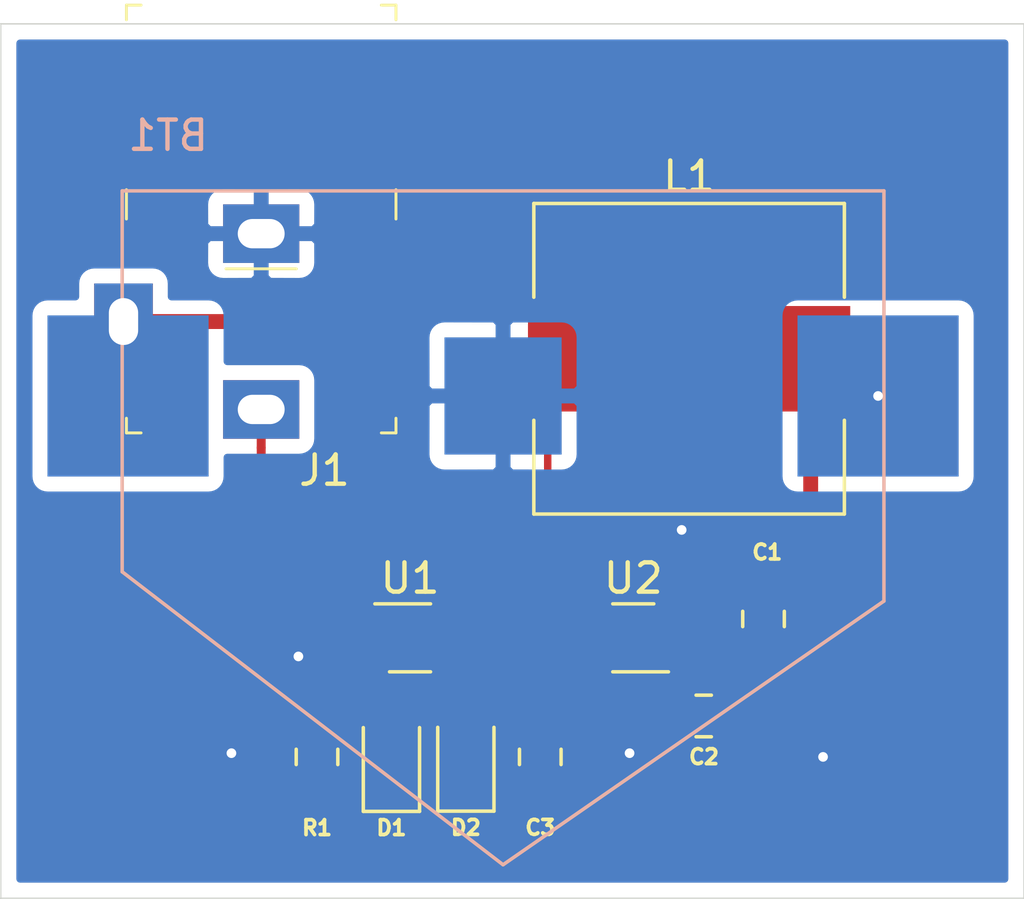
<source format=kicad_pcb>
(kicad_pcb (version 20171130) (host pcbnew "(5.1.2)-2")

  (general
    (thickness 1.6)
    (drawings 4)
    (tracks 64)
    (zones 0)
    (modules 11)
    (nets 8)
  )

  (page A4)
  (layers
    (0 F.Cu signal)
    (31 B.Cu signal)
    (32 B.Adhes user)
    (33 F.Adhes user)
    (34 B.Paste user)
    (35 F.Paste user)
    (36 B.SilkS user)
    (37 F.SilkS user)
    (38 B.Mask user)
    (39 F.Mask user)
    (40 Dwgs.User user)
    (41 Cmts.User user)
    (42 Eco1.User user)
    (43 Eco2.User user)
    (44 Edge.Cuts user)
    (45 Margin user)
    (46 B.CrtYd user)
    (47 F.CrtYd user)
    (48 B.Fab user)
    (49 F.Fab user)
  )

  (setup
    (last_trace_width 0.508)
    (trace_clearance 0.1524)
    (zone_clearance 0.508)
    (zone_45_only no)
    (trace_min 0.1524)
    (via_size 0.6858)
    (via_drill 0.3302)
    (via_min_size 0.508)
    (via_min_drill 0.254)
    (uvia_size 0.3)
    (uvia_drill 0.1)
    (uvias_allowed no)
    (uvia_min_size 0.2)
    (uvia_min_drill 0.1)
    (edge_width 0.05)
    (segment_width 0.2)
    (pcb_text_width 0.3)
    (pcb_text_size 1.5 1.5)
    (mod_edge_width 0.12)
    (mod_text_size 1 1)
    (mod_text_width 0.15)
    (pad_size 1.524 1.524)
    (pad_drill 0.762)
    (pad_to_mask_clearance 0.00129)
    (solder_mask_min_width 0.002565)
    (aux_axis_origin 0 0)
    (visible_elements 7FFFFFFF)
    (pcbplotparams
      (layerselection 0x010fc_ffffffff)
      (usegerberextensions false)
      (usegerberattributes false)
      (usegerberadvancedattributes false)
      (creategerberjobfile false)
      (excludeedgelayer true)
      (linewidth 0.100000)
      (plotframeref false)
      (viasonmask false)
      (mode 1)
      (useauxorigin false)
      (hpglpennumber 1)
      (hpglpenspeed 20)
      (hpglpendiameter 15.000000)
      (psnegative false)
      (psa4output false)
      (plotreference true)
      (plotvalue true)
      (plotinvisibletext false)
      (padsonsilk false)
      (subtractmaskfromsilk false)
      (outputformat 1)
      (mirror false)
      (drillshape 1)
      (scaleselection 1)
      (outputdirectory ""))
  )

  (net 0 "")
  (net 1 V_BATT)
  (net 2 GND)
  (net 3 "Net-(C2-Pad1)")
  (net 4 5V_SHARED)
  (net 5 5V_WALL)
  (net 6 "Net-(L1-Pad1)")
  (net 7 EN)

  (net_class Default "This is the default net class."
    (clearance 0.1524)
    (trace_width 0.508)
    (via_dia 0.6858)
    (via_drill 0.3302)
    (uvia_dia 0.3)
    (uvia_drill 0.1)
    (add_net 5V_SHARED)
    (add_net 5V_WALL)
    (add_net EN)
    (add_net GND)
    (add_net "Net-(C2-Pad1)")
    (add_net "Net-(L1-Pad1)")
    (add_net V_BATT)
  )

  (module coin_cell:S8211R (layer B.Cu) (tedit 5D6AB9E8) (tstamp 5D79B32B)
    (at 31.75 26.67 180)
    (path /5EE9240B)
    (fp_text reference BT1 (at 11.43 8.89) (layer B.SilkS)
      (effects (font (size 1 1) (thickness 0.15)) (justify mirror))
    )
    (fp_text value CR2032 (at -10.16 8.89) (layer B.Fab)
      (effects (font (size 1 1) (thickness 0.15)) (justify mirror))
    )
    (fp_line (start -13 -7) (end 0 -16) (layer B.SilkS) (width 0.12))
    (fp_line (start 13 7) (end 13 -6) (layer B.SilkS) (width 0.12))
    (fp_line (start -13 7) (end 13 7) (layer B.SilkS) (width 0.12))
    (fp_line (start -13 -7) (end -13 7) (layer B.SilkS) (width 0.12))
    (fp_line (start 13 -6) (end 0 -16) (layer B.SilkS) (width 0.12))
    (pad 1 smd rect (at 12.8 0 180) (size 5.5 5.5) (layers B.Cu B.Paste B.Mask)
      (net 1 V_BATT))
    (pad 1 smd rect (at -12.8 0 180) (size 5.5 5.5) (layers B.Cu B.Paste B.Mask)
      (net 1 V_BATT))
    (pad 2 smd rect (at 0 0 180) (size 4 4) (layers B.Cu B.Paste B.Mask)
      (net 2 GND))
  )

  (module coin_cell:Diode_0805_2012Metric_Pad1.15x1.40mm_HandSolder (layer F.Cu) (tedit 5B4B45C8) (tstamp 5D79B6FF)
    (at 27.94 38.989 90)
    (descr "Diode SMD 0805 (2012 Metric), square (rectangular) end terminal, IPC_7351 nominal, (Body size source: https://docs.google.com/spreadsheets/d/1BsfQQcO9C6DZCsRaXUlFlo91Tg2WpOkGARC1WS5S8t0/edit?usp=sharing), generated with kicad-footprint-generator")
    (tags "diode handsolder")
    (path /5EE8980E)
    (attr smd)
    (fp_text reference D1 (at -2.422 0 180) (layer F.SilkS)
      (effects (font (size 0.508 0.508) (thickness 0.127)))
    )
    (fp_text value D_Schottky (at 0 1.65 90) (layer F.Fab)
      (effects (font (size 1 1) (thickness 0.15)))
    )
    (fp_line (start 1 -0.6) (end -0.7 -0.6) (layer F.Fab) (width 0.1))
    (fp_line (start -0.7 -0.6) (end -1 -0.3) (layer F.Fab) (width 0.1))
    (fp_line (start -1 -0.3) (end -1 0.6) (layer F.Fab) (width 0.1))
    (fp_line (start -1 0.6) (end 1 0.6) (layer F.Fab) (width 0.1))
    (fp_line (start 1 0.6) (end 1 -0.6) (layer F.Fab) (width 0.1))
    (fp_line (start 1 -0.96) (end -1.86 -0.96) (layer F.SilkS) (width 0.12))
    (fp_line (start -1.86 -0.96) (end -1.86 0.96) (layer F.SilkS) (width 0.12))
    (fp_line (start -1.86 0.96) (end 1 0.96) (layer F.SilkS) (width 0.12))
    (fp_line (start -1.85 0.95) (end -1.85 -0.95) (layer F.CrtYd) (width 0.05))
    (fp_line (start -1.85 -0.95) (end 1.85 -0.95) (layer F.CrtYd) (width 0.05))
    (fp_line (start 1.85 -0.95) (end 1.85 0.95) (layer F.CrtYd) (width 0.05))
    (fp_line (start 1.85 0.95) (end -1.85 0.95) (layer F.CrtYd) (width 0.05))
    (fp_text user %R (at 0 0 90) (layer F.Fab)
      (effects (font (size 0.5 0.5) (thickness 0.08)))
    )
    (pad 1 smd roundrect (at -1.025 0 90) (size 1.15 1.4) (layers F.Cu F.Paste F.Mask) (roundrect_rratio 0.217391)
      (net 4 5V_SHARED))
    (pad 2 smd roundrect (at 1.025 0 90) (size 1.15 1.4) (layers F.Cu F.Paste F.Mask) (roundrect_rratio 0.217391)
      (net 5 5V_WALL))
    (model ${KISYS3DMOD}/Diode_SMD.3dshapes/D_0805_2012Metric.wrl
      (at (xyz 0 0 0))
      (scale (xyz 1 1 1))
      (rotate (xyz 0 0 0))
    )
  )

  (module coin_cell:Capacitor_0805_2012Metric_Pad1.15x1.40mm_HandSolder (layer F.Cu) (tedit 5B36C52B) (tstamp 5D799EE9)
    (at 38.599 37.592)
    (descr "Capacitor SMD 0805 (2012 Metric), square (rectangular) end terminal, IPC_7351 nominal with elongated pad for handsoldering. (Body size source: https://docs.google.com/spreadsheets/d/1BsfQQcO9C6DZCsRaXUlFlo91Tg2WpOkGARC1WS5S8t0/edit?usp=sharing), generated with kicad-footprint-generator")
    (tags "capacitor handsolder")
    (path /5EE8C8A0)
    (attr smd)
    (fp_text reference C2 (at 0.009 1.397 180) (layer F.SilkS)
      (effects (font (size 0.508 0.508) (thickness 0.127)))
    )
    (fp_text value 10uF (at 0 1.65) (layer F.Fab)
      (effects (font (size 1 1) (thickness 0.15)))
    )
    (fp_line (start -1 0.6) (end -1 -0.6) (layer F.Fab) (width 0.1))
    (fp_line (start -1 -0.6) (end 1 -0.6) (layer F.Fab) (width 0.1))
    (fp_line (start 1 -0.6) (end 1 0.6) (layer F.Fab) (width 0.1))
    (fp_line (start 1 0.6) (end -1 0.6) (layer F.Fab) (width 0.1))
    (fp_line (start -0.261252 -0.71) (end 0.261252 -0.71) (layer F.SilkS) (width 0.12))
    (fp_line (start -0.261252 0.71) (end 0.261252 0.71) (layer F.SilkS) (width 0.12))
    (fp_line (start -1.85 0.95) (end -1.85 -0.95) (layer F.CrtYd) (width 0.05))
    (fp_line (start -1.85 -0.95) (end 1.85 -0.95) (layer F.CrtYd) (width 0.05))
    (fp_line (start 1.85 -0.95) (end 1.85 0.95) (layer F.CrtYd) (width 0.05))
    (fp_line (start 1.85 0.95) (end -1.85 0.95) (layer F.CrtYd) (width 0.05))
    (fp_text user %R (at 0 0) (layer F.Fab)
      (effects (font (size 0.5 0.5) (thickness 0.08)))
    )
    (pad 1 smd roundrect (at -1.025 0) (size 1.15 1.4) (layers F.Cu F.Paste F.Mask) (roundrect_rratio 0.217391)
      (net 3 "Net-(C2-Pad1)"))
    (pad 2 smd roundrect (at 1.025 0) (size 1.15 1.4) (layers F.Cu F.Paste F.Mask) (roundrect_rratio 0.217391)
      (net 2 GND))
    (model ${KISYS3DMOD}/Capacitor_SMD.3dshapes/C_0805_2012Metric.wrl
      (at (xyz 0 0 0))
      (scale (xyz 1 1 1))
      (rotate (xyz 0 0 0))
    )
  )

  (module coin_cell:Capacitor_0805_2012Metric_Pad1.15x1.40mm_HandSolder (layer F.Cu) (tedit 5B36C52B) (tstamp 5D79B90F)
    (at 40.64 34.281 90)
    (descr "Capacitor SMD 0805 (2012 Metric), square (rectangular) end terminal, IPC_7351 nominal with elongated pad for handsoldering. (Body size source: https://docs.google.com/spreadsheets/d/1BsfQQcO9C6DZCsRaXUlFlo91Tg2WpOkGARC1WS5S8t0/edit?usp=sharing), generated with kicad-footprint-generator")
    (tags "capacitor handsolder")
    (path /5EE8F25F)
    (attr smd)
    (fp_text reference C1 (at 2.277 0.127 180) (layer F.SilkS)
      (effects (font (size 0.508 0.508) (thickness 0.127)))
    )
    (fp_text value 10uF (at 0 1.65 90) (layer F.Fab)
      (effects (font (size 1 1) (thickness 0.15)))
    )
    (fp_text user %R (at 0 0 90) (layer F.Fab)
      (effects (font (size 0.5 0.5) (thickness 0.08)))
    )
    (fp_line (start 1.85 0.95) (end -1.85 0.95) (layer F.CrtYd) (width 0.05))
    (fp_line (start 1.85 -0.95) (end 1.85 0.95) (layer F.CrtYd) (width 0.05))
    (fp_line (start -1.85 -0.95) (end 1.85 -0.95) (layer F.CrtYd) (width 0.05))
    (fp_line (start -1.85 0.95) (end -1.85 -0.95) (layer F.CrtYd) (width 0.05))
    (fp_line (start -0.261252 0.71) (end 0.261252 0.71) (layer F.SilkS) (width 0.12))
    (fp_line (start -0.261252 -0.71) (end 0.261252 -0.71) (layer F.SilkS) (width 0.12))
    (fp_line (start 1 0.6) (end -1 0.6) (layer F.Fab) (width 0.1))
    (fp_line (start 1 -0.6) (end 1 0.6) (layer F.Fab) (width 0.1))
    (fp_line (start -1 -0.6) (end 1 -0.6) (layer F.Fab) (width 0.1))
    (fp_line (start -1 0.6) (end -1 -0.6) (layer F.Fab) (width 0.1))
    (pad 2 smd roundrect (at 1.025 0 90) (size 1.15 1.4) (layers F.Cu F.Paste F.Mask) (roundrect_rratio 0.217391)
      (net 2 GND))
    (pad 1 smd roundrect (at -1.025 0 90) (size 1.15 1.4) (layers F.Cu F.Paste F.Mask) (roundrect_rratio 0.217391)
      (net 1 V_BATT))
    (model ${KISYS3DMOD}/Capacitor_SMD.3dshapes/C_0805_2012Metric.wrl
      (at (xyz 0 0 0))
      (scale (xyz 1 1 1))
      (rotate (xyz 0 0 0))
    )
  )

  (module coin_cell:Capacitor_0805_2012Metric_Pad1.15x1.40mm_HandSolder (layer F.Cu) (tedit 5B36C52B) (tstamp 5D79BBA6)
    (at 33.02 38.989 90)
    (descr "Capacitor SMD 0805 (2012 Metric), square (rectangular) end terminal, IPC_7351 nominal with elongated pad for handsoldering. (Body size source: https://docs.google.com/spreadsheets/d/1BsfQQcO9C6DZCsRaXUlFlo91Tg2WpOkGARC1WS5S8t0/edit?usp=sharing), generated with kicad-footprint-generator")
    (tags "capacitor handsolder")
    (path /5EEC145B)
    (attr smd)
    (fp_text reference C3 (at -2.413 0 180) (layer F.SilkS)
      (effects (font (size 0.508 0.508) (thickness 0.127)))
    )
    (fp_text value 100uF (at 0 1.65 90) (layer F.Fab)
      (effects (font (size 1 1) (thickness 0.15)))
    )
    (fp_line (start -1 0.6) (end -1 -0.6) (layer F.Fab) (width 0.1))
    (fp_line (start -1 -0.6) (end 1 -0.6) (layer F.Fab) (width 0.1))
    (fp_line (start 1 -0.6) (end 1 0.6) (layer F.Fab) (width 0.1))
    (fp_line (start 1 0.6) (end -1 0.6) (layer F.Fab) (width 0.1))
    (fp_line (start -0.261252 -0.71) (end 0.261252 -0.71) (layer F.SilkS) (width 0.12))
    (fp_line (start -0.261252 0.71) (end 0.261252 0.71) (layer F.SilkS) (width 0.12))
    (fp_line (start -1.85 0.95) (end -1.85 -0.95) (layer F.CrtYd) (width 0.05))
    (fp_line (start -1.85 -0.95) (end 1.85 -0.95) (layer F.CrtYd) (width 0.05))
    (fp_line (start 1.85 -0.95) (end 1.85 0.95) (layer F.CrtYd) (width 0.05))
    (fp_line (start 1.85 0.95) (end -1.85 0.95) (layer F.CrtYd) (width 0.05))
    (fp_text user %R (at 0 0 90) (layer F.Fab)
      (effects (font (size 0.5 0.5) (thickness 0.08)))
    )
    (pad 1 smd roundrect (at -1.025 0 90) (size 1.15 1.4) (layers F.Cu F.Paste F.Mask) (roundrect_rratio 0.217391)
      (net 4 5V_SHARED))
    (pad 2 smd roundrect (at 1.025 0 90) (size 1.15 1.4) (layers F.Cu F.Paste F.Mask) (roundrect_rratio 0.217391)
      (net 2 GND))
    (model ${KISYS3DMOD}/Capacitor_SMD.3dshapes/C_0805_2012Metric.wrl
      (at (xyz 0 0 0))
      (scale (xyz 1 1 1))
      (rotate (xyz 0 0 0))
    )
  )

  (module coin_cell:Diode_0805_2012Metric_Pad1.15x1.40mm_HandSolder (layer F.Cu) (tedit 5B4B45C8) (tstamp 5D7993D6)
    (at 30.48 38.98 90)
    (descr "Diode SMD 0805 (2012 Metric), square (rectangular) end terminal, IPC_7351 nominal, (Body size source: https://docs.google.com/spreadsheets/d/1BsfQQcO9C6DZCsRaXUlFlo91Tg2WpOkGARC1WS5S8t0/edit?usp=sharing), generated with kicad-footprint-generator")
    (tags "diode handsolder")
    (path /5EE98A96)
    (attr smd)
    (fp_text reference D2 (at -2.422 0 180) (layer F.SilkS)
      (effects (font (size 0.508 0.508) (thickness 0.127)))
    )
    (fp_text value D_Schottky (at 0 1.65 90) (layer F.Fab)
      (effects (font (size 1 1) (thickness 0.15)))
    )
    (fp_text user %R (at 0 0 90) (layer F.Fab)
      (effects (font (size 0.5 0.5) (thickness 0.08)))
    )
    (fp_line (start 1.85 0.95) (end -1.85 0.95) (layer F.CrtYd) (width 0.05))
    (fp_line (start 1.85 -0.95) (end 1.85 0.95) (layer F.CrtYd) (width 0.05))
    (fp_line (start -1.85 -0.95) (end 1.85 -0.95) (layer F.CrtYd) (width 0.05))
    (fp_line (start -1.85 0.95) (end -1.85 -0.95) (layer F.CrtYd) (width 0.05))
    (fp_line (start -1.86 0.96) (end 1 0.96) (layer F.SilkS) (width 0.12))
    (fp_line (start -1.86 -0.96) (end -1.86 0.96) (layer F.SilkS) (width 0.12))
    (fp_line (start 1 -0.96) (end -1.86 -0.96) (layer F.SilkS) (width 0.12))
    (fp_line (start 1 0.6) (end 1 -0.6) (layer F.Fab) (width 0.1))
    (fp_line (start -1 0.6) (end 1 0.6) (layer F.Fab) (width 0.1))
    (fp_line (start -1 -0.3) (end -1 0.6) (layer F.Fab) (width 0.1))
    (fp_line (start -0.7 -0.6) (end -1 -0.3) (layer F.Fab) (width 0.1))
    (fp_line (start 1 -0.6) (end -0.7 -0.6) (layer F.Fab) (width 0.1))
    (pad 2 smd roundrect (at 1.025 0 90) (size 1.15 1.4) (layers F.Cu F.Paste F.Mask) (roundrect_rratio 0.217391)
      (net 3 "Net-(C2-Pad1)"))
    (pad 1 smd roundrect (at -1.025 0 90) (size 1.15 1.4) (layers F.Cu F.Paste F.Mask) (roundrect_rratio 0.217391)
      (net 4 5V_SHARED))
    (model ${KISYS3DMOD}/Diode_SMD.3dshapes/D_0805_2012Metric.wrl
      (at (xyz 0 0 0))
      (scale (xyz 1 1 1))
      (rotate (xyz 0 0 0))
    )
  )

  (module coin_cell:Barrel_Jack_Small_Hole_Type_5.5mmODx2.1mmID_PJ-102A (layer F.Cu) (tedit 5CAD146F) (tstamp 5D7993F0)
    (at 23.495 24.13)
    (path /5EE833DB)
    (fp_text reference J1 (at 2.159 5.08) (layer F.SilkS)
      (effects (font (size 1 1) (thickness 0.15)))
    )
    (fp_text value Barrel_Jack (at 0 5.8) (layer F.Fab)
      (effects (font (size 1 1) (thickness 0.15)))
    )
    (fp_line (start -5.9 4.25) (end 4.8 4.25) (layer F.CrtYd) (width 0.05))
    (fp_line (start 4.8 -10.95) (end 4.8 4.25) (layer F.CrtYd) (width 0.05))
    (fp_line (start -5.9 -10.95) (end -5.9 4.25) (layer F.CrtYd) (width 0.05))
    (fp_line (start -5.9 -10.95) (end 4.8 -10.95) (layer F.CrtYd) (width 0.05))
    (fp_line (start 4.6 -3.5) (end 4.6 -4.5) (layer F.SilkS) (width 0.1))
    (fp_line (start -4.6 -3.5) (end -4.6 -4.5) (layer F.SilkS) (width 0.1))
    (fp_line (start 4.6 -10.8) (end 4.6 -10.3) (layer F.SilkS) (width 0.1))
    (fp_line (start 4.6 -10.8) (end 4.1 -10.8) (layer F.SilkS) (width 0.1))
    (fp_line (start -4.6 -10.8) (end -4.1 -10.8) (layer F.SilkS) (width 0.1))
    (fp_line (start -4.6 -10.8) (end -4.6 -10.3) (layer F.SilkS) (width 0.1))
    (fp_line (start -1.2 -1.8) (end 1.2 -1.8) (layer F.SilkS) (width 0.1))
    (fp_line (start -4.6 3.8) (end -4.6 3.3) (layer F.SilkS) (width 0.1))
    (fp_line (start -4.6 3.8) (end -4.1 3.8) (layer F.SilkS) (width 0.1))
    (fp_line (start 4.6 3.8) (end 4.6 3.3) (layer F.SilkS) (width 0.1))
    (fp_line (start 4.6 3.8) (end 4.1 3.8) (layer F.SilkS) (width 0.1))
    (fp_line (start -4.5 -10.7) (end 4.5 -10.7) (layer F.Fab) (width 0.1))
    (fp_line (start 4.5 3.7) (end 4.5 -10.7) (layer F.Fab) (width 0.1))
    (fp_line (start -4.5 3.7) (end -4.5 -10.7) (layer F.Fab) (width 0.1))
    (fp_line (start -4.5 3.7) (end 4.5 3.7) (layer F.Fab) (width 0.1))
    (pad 3 thru_hole rect (at -4.7 0) (size 2 2.6) (drill oval 1 1.6) (layers *.Cu *.Mask)
      (net 1 V_BATT))
    (pad 1 thru_hole rect (at 0 3) (size 2.6 2) (drill oval 1.6 1) (layers *.Cu *.Mask)
      (net 5 5V_WALL))
    (pad 2 thru_hole rect (at 0 -3) (size 2.6 2) (drill oval 1.6 1) (layers *.Cu *.Mask)
      (net 2 GND))
  )

  (module Inductor_SMD:L_10.4x10.4_H4.8 (layer F.Cu) (tedit 5990349B) (tstamp 5D799409)
    (at 38.1 25.4)
    (descr "Choke, SMD, 10.4x10.4mm 4.8mm height")
    (tags "Choke SMD")
    (path /5EE8D2FF)
    (attr smd)
    (fp_text reference L1 (at 0 -6.223) (layer F.SilkS)
      (effects (font (size 1 1) (thickness 0.15)))
    )
    (fp_text value 4.7uH (at 0 6.35) (layer F.Fab)
      (effects (font (size 1 1) (thickness 0.15)))
    )
    (fp_text user %R (at 0 0) (layer F.Fab)
      (effects (font (size 1 1) (thickness 0.15)))
    )
    (fp_line (start 5.3 2.1) (end 5.3 5.3) (layer F.SilkS) (width 0.12))
    (fp_line (start 5.3 5.3) (end -5.3 5.3) (layer F.SilkS) (width 0.12))
    (fp_line (start -5.3 5.3) (end -5.3 2.1) (layer F.SilkS) (width 0.12))
    (fp_line (start -5.3 -2.1) (end -5.3 -5.3) (layer F.SilkS) (width 0.12))
    (fp_line (start -5.3 -5.3) (end 5.3 -5.3) (layer F.SilkS) (width 0.12))
    (fp_line (start 5.3 -5.3) (end 5.3 -2.1) (layer F.SilkS) (width 0.12))
    (fp_line (start -5.75 -5.45) (end -5.75 5.45) (layer F.CrtYd) (width 0.05))
    (fp_line (start -5.75 5.45) (end 5.75 5.45) (layer F.CrtYd) (width 0.05))
    (fp_line (start 5.75 5.45) (end 5.75 -5.45) (layer F.CrtYd) (width 0.05))
    (fp_line (start 5.75 -5.45) (end -5.75 -5.45) (layer F.CrtYd) (width 0.05))
    (fp_line (start 5.2 -5.2) (end 5.2 -2.1) (layer F.Fab) (width 0.1))
    (fp_line (start -5.2 -5.2) (end -5.2 -2.1) (layer F.Fab) (width 0.1))
    (fp_line (start 5.2 5.2) (end 5.2 2.1) (layer F.Fab) (width 0.1))
    (fp_line (start -5.2 5.2) (end -5.2 2.1) (layer F.Fab) (width 0.1))
    (fp_line (start -5.2 -5.2) (end 5.2 -5.2) (layer F.Fab) (width 0.1))
    (fp_line (start -5.2 5.2) (end 5.2 5.2) (layer F.Fab) (width 0.1))
    (fp_arc (start 0 0) (end 3.17 3.17) (angle 90) (layer F.Fab) (width 0.1))
    (fp_arc (start 0 0) (end -3.17 -3.17) (angle 90) (layer F.Fab) (width 0.1))
    (pad 1 smd rect (at -4.15 0) (size 2.7 3.6) (layers F.Cu F.Paste F.Mask)
      (net 6 "Net-(L1-Pad1)"))
    (pad 2 smd rect (at 4.15 0) (size 2.7 3.6) (layers F.Cu F.Paste F.Mask)
      (net 1 V_BATT))
    (model ${KISYS3DMOD}/Inductor_SMD.3dshapes/L_10.4x10.4_H4.8.wrl
      (at (xyz 0 0 0))
      (scale (xyz 1 1 1))
      (rotate (xyz 0 0 0))
    )
  )

  (module coin_cell:Resistor_0805_2012Metric_Pad1.15x1.40mm_HandSolder (layer F.Cu) (tedit 5B36C52B) (tstamp 5D79B63F)
    (at 25.4 38.989 90)
    (descr "Resistor SMD 0805 (2012 Metric), square (rectangular) end terminal, IPC_7351 nominal with elongated pad for handsoldering. (Body size source: https://docs.google.com/spreadsheets/d/1BsfQQcO9C6DZCsRaXUlFlo91Tg2WpOkGARC1WS5S8t0/edit?usp=sharing), generated with kicad-footprint-generator")
    (tags "resistor handsolder")
    (path /5EEA29F6)
    (attr smd)
    (fp_text reference R1 (at -2.422 0 180) (layer F.SilkS)
      (effects (font (size 0.508 0.508) (thickness 0.127)))
    )
    (fp_text value 10K (at 0 1.65 90) (layer F.Fab)
      (effects (font (size 1 1) (thickness 0.15)))
    )
    (fp_line (start -1 0.6) (end -1 -0.6) (layer F.Fab) (width 0.1))
    (fp_line (start -1 -0.6) (end 1 -0.6) (layer F.Fab) (width 0.1))
    (fp_line (start 1 -0.6) (end 1 0.6) (layer F.Fab) (width 0.1))
    (fp_line (start 1 0.6) (end -1 0.6) (layer F.Fab) (width 0.1))
    (fp_line (start -0.261252 -0.71) (end 0.261252 -0.71) (layer F.SilkS) (width 0.12))
    (fp_line (start -0.261252 0.71) (end 0.261252 0.71) (layer F.SilkS) (width 0.12))
    (fp_line (start -1.85 0.95) (end -1.85 -0.95) (layer F.CrtYd) (width 0.05))
    (fp_line (start -1.85 -0.95) (end 1.85 -0.95) (layer F.CrtYd) (width 0.05))
    (fp_line (start 1.85 -0.95) (end 1.85 0.95) (layer F.CrtYd) (width 0.05))
    (fp_line (start 1.85 0.95) (end -1.85 0.95) (layer F.CrtYd) (width 0.05))
    (fp_text user %R (at 0 0 90) (layer F.Fab)
      (effects (font (size 0.5 0.5) (thickness 0.08)))
    )
    (pad 1 smd roundrect (at -1.025 0 90) (size 1.15 1.4) (layers F.Cu F.Paste F.Mask) (roundrect_rratio 0.217391)
      (net 2 GND))
    (pad 2 smd roundrect (at 1.025 0 90) (size 1.15 1.4) (layers F.Cu F.Paste F.Mask) (roundrect_rratio 0.217391)
      (net 5 5V_WALL))
    (model ${KISYS3DMOD}/Resistor_SMD.3dshapes/R_0805_2012Metric.wrl
      (at (xyz 0 0 0))
      (scale (xyz 1 1 1))
      (rotate (xyz 0 0 0))
    )
  )

  (module coin_cell:SOT-353_SC-70-5_Handsoldering (layer F.Cu) (tedit 5C9ED275) (tstamp 5D79942F)
    (at 28.575 34.925)
    (descr "SOT-353, SC-70-5, Handsoldering")
    (tags "SOT-353 SC-70-5 Handsoldering")
    (path /5EE9F349)
    (attr smd)
    (fp_text reference U1 (at 0 -2.032) (layer F.SilkS)
      (effects (font (size 1 1) (thickness 0.15)))
    )
    (fp_text value NC7SZ14-D (at 0 2 180) (layer F.Fab)
      (effects (font (size 1 1) (thickness 0.15)))
    )
    (fp_text user %R (at 0 0 90) (layer F.Fab)
      (effects (font (size 0.5 0.5) (thickness 0.075)))
    )
    (fp_line (start 0.7 -1.16) (end -1.2 -1.16) (layer F.SilkS) (width 0.12))
    (fp_line (start -0.7 1.16) (end 0.7 1.16) (layer F.SilkS) (width 0.12))
    (fp_line (start 2.4 1.4) (end 2.4 -1.4) (layer F.CrtYd) (width 0.05))
    (fp_line (start -2.4 -1.4) (end -2.4 1.4) (layer F.CrtYd) (width 0.05))
    (fp_line (start -2.4 -1.4) (end 2.4 -1.4) (layer F.CrtYd) (width 0.05))
    (fp_line (start 0.675 -1.1) (end -0.175 -1.1) (layer F.Fab) (width 0.1))
    (fp_line (start -0.675 -0.6) (end -0.675 1.1) (layer F.Fab) (width 0.1))
    (fp_line (start -2.4 1.4) (end 2.4 1.4) (layer F.CrtYd) (width 0.05))
    (fp_line (start 0.675 -1.1) (end 0.675 1.1) (layer F.Fab) (width 0.1))
    (fp_line (start 0.675 1.1) (end -0.675 1.1) (layer F.Fab) (width 0.1))
    (fp_line (start -0.175 -1.1) (end -0.675 -0.6) (layer F.Fab) (width 0.1))
    (pad 1 smd rect (at -1.33 -0.65) (size 1.5 0.4) (layers F.Cu F.Paste F.Mask))
    (pad 2 smd rect (at -1.33 0) (size 1.5 0.4) (layers F.Cu F.Paste F.Mask)
      (net 5 5V_WALL))
    (pad 3 smd rect (at -1.33 0.65) (size 1.5 0.4) (layers F.Cu F.Paste F.Mask)
      (net 2 GND))
    (pad 4 smd rect (at 1.33 0.65) (size 1.5 0.4) (layers F.Cu F.Paste F.Mask)
      (net 7 EN))
    (pad 5 smd rect (at 1.33 -0.65) (size 1.5 0.4) (layers F.Cu F.Paste F.Mask)
      (net 1 V_BATT))
    (model ${KISYS3DMOD}/Package_TO_SOT_SMD.3dshapes/SOT-353_SC-70-5.wrl
      (at (xyz 0 0 0))
      (scale (xyz 1 1 1))
      (rotate (xyz 0 0 0))
    )
  )

  (module coin_cell:SOT-363_SC-70-6_Handsoldering (layer F.Cu) (tedit 5A02FF57) (tstamp 5D79B83F)
    (at 36.195 34.925 180)
    (descr "SOT-363, SC-70-6, Handsoldering")
    (tags "SOT-363 SC-70-6 Handsoldering")
    (path /5EE82C38)
    (attr smd)
    (fp_text reference U2 (at 0 2.032) (layer F.SilkS)
      (effects (font (size 1 1) (thickness 0.15)))
    )
    (fp_text value TPS61222 (at 0 2 180) (layer F.Fab)
      (effects (font (size 1 1) (thickness 0.15)))
    )
    (fp_text user %R (at 0 0 90) (layer F.Fab)
      (effects (font (size 0.5 0.5) (thickness 0.075)))
    )
    (fp_line (start -2.4 1.4) (end 2.4 1.4) (layer F.CrtYd) (width 0.05))
    (fp_line (start 0.7 -1.16) (end -1.2 -1.16) (layer F.SilkS) (width 0.12))
    (fp_line (start -0.7 1.16) (end 0.7 1.16) (layer F.SilkS) (width 0.12))
    (fp_line (start 2.4 1.4) (end 2.4 -1.4) (layer F.CrtYd) (width 0.05))
    (fp_line (start -2.4 -1.4) (end -2.4 1.4) (layer F.CrtYd) (width 0.05))
    (fp_line (start -2.4 -1.4) (end 2.4 -1.4) (layer F.CrtYd) (width 0.05))
    (fp_line (start 0.675 -1.1) (end -0.175 -1.1) (layer F.Fab) (width 0.1))
    (fp_line (start -0.675 -0.6) (end -0.675 1.1) (layer F.Fab) (width 0.1))
    (fp_line (start 0.675 -1.1) (end 0.675 1.1) (layer F.Fab) (width 0.1))
    (fp_line (start 0.675 1.1) (end -0.675 1.1) (layer F.Fab) (width 0.1))
    (fp_line (start -0.175 -1.1) (end -0.675 -0.6) (layer F.Fab) (width 0.1))
    (pad 1 smd rect (at -1.33 -0.65 180) (size 1.5 0.4) (layers F.Cu F.Paste F.Mask)
      (net 1 V_BATT))
    (pad 2 smd rect (at -1.33 0 180) (size 1.5 0.4) (layers F.Cu F.Paste F.Mask)
      (net 3 "Net-(C2-Pad1)"))
    (pad 3 smd rect (at -1.33 0.65 180) (size 1.5 0.4) (layers F.Cu F.Paste F.Mask)
      (net 2 GND))
    (pad 4 smd rect (at 1.33 0.65 180) (size 1.5 0.4) (layers F.Cu F.Paste F.Mask)
      (net 3 "Net-(C2-Pad1)"))
    (pad 5 smd rect (at 1.33 0 180) (size 1.5 0.4) (layers F.Cu F.Paste F.Mask)
      (net 6 "Net-(L1-Pad1)"))
    (pad 6 smd rect (at 1.33 -0.65 180) (size 1.5 0.4) (layers F.Cu F.Paste F.Mask)
      (net 7 EN))
    (model ${KISYS3DMOD}/Package_TO_SOT_SMD.3dshapes/SOT-363_SC-70-6.wrl
      (at (xyz 0 0 0))
      (scale (xyz 1 1 1))
      (rotate (xyz 0 0 0))
    )
  )

  (gr_line (start 49.53 13.97) (end 14.605 13.97) (layer Edge.Cuts) (width 0.05) (tstamp 5D79A2C5))
  (gr_line (start 49.53 43.815) (end 49.53 13.97) (layer Edge.Cuts) (width 0.05))
  (gr_line (start 14.605 43.815) (end 49.53 43.815) (layer Edge.Cuts) (width 0.05))
  (gr_line (start 14.605 13.97) (end 14.605 43.815) (layer Edge.Cuts) (width 0.05))

  (via (at 44.55 26.67) (size 0.6858) (drill 0.3302) (layers F.Cu B.Cu) (net 1))
  (segment (start 42.25 25.4) (end 43.28 25.4) (width 0.508) (layer F.Cu) (net 1))
  (segment (start 43.28 25.4) (end 44.55 26.67) (width 0.508) (layer F.Cu) (net 1))
  (segment (start 39.075 22.225) (end 42.25 25.4) (width 0.508) (layer F.Cu) (net 1))
  (segment (start 29.845 22.225) (end 39.075 22.225) (width 0.508) (layer F.Cu) (net 1))
  (segment (start 27.94 24.13) (end 29.845 22.225) (width 0.508) (layer F.Cu) (net 1))
  (segment (start 27.94 24.13) (end 18.795 24.13) (width 0.508) (layer F.Cu) (net 1))
  (segment (start 40.371 35.575) (end 40.64 35.306) (width 0.3048) (layer F.Cu) (net 1))
  (segment (start 37.525 35.575) (end 40.371 35.575) (width 0.3048) (layer F.Cu) (net 1))
  (segment (start 42.25 33.696) (end 42.25 25.4) (width 0.508) (layer F.Cu) (net 1))
  (segment (start 40.64 35.306) (end 42.25 33.696) (width 0.508) (layer F.Cu) (net 1))
  (segment (start 27.94 33.147) (end 27.94 24.13) (width 0.3048) (layer F.Cu) (net 1))
  (segment (start 29.905 34.275) (end 29.068 34.275) (width 0.3048) (layer F.Cu) (net 1))
  (segment (start 29.068 34.275) (end 27.94 33.147) (width 0.3048) (layer F.Cu) (net 1))
  (via (at 24.765 35.56) (size 0.6858) (drill 0.3302) (layers F.Cu B.Cu) (net 2))
  (segment (start 27.245 35.575) (end 24.78 35.575) (width 0.3048) (layer F.Cu) (net 2))
  (segment (start 24.78 35.575) (end 24.765 35.56) (width 0.3048) (layer F.Cu) (net 2))
  (segment (start 39.621 34.275) (end 40.64 33.256) (width 0.3048) (layer F.Cu) (net 2))
  (segment (start 37.525 34.275) (end 39.621 34.275) (width 0.3048) (layer F.Cu) (net 2))
  (via (at 37.846 31.242) (size 0.6858) (drill 0.3302) (layers F.Cu B.Cu) (net 2))
  (segment (start 40.64 33.256) (end 38.626 31.242) (width 0.508) (layer F.Cu) (net 2))
  (segment (start 38.626 31.242) (end 37.846 31.242) (width 0.508) (layer F.Cu) (net 2))
  (via (at 22.479 38.862) (size 0.6858) (drill 0.3302) (layers F.Cu B.Cu) (net 2))
  (segment (start 25.4 40.014) (end 23.631 40.014) (width 0.508) (layer F.Cu) (net 2))
  (segment (start 23.631 40.014) (end 22.479 38.862) (width 0.508) (layer F.Cu) (net 2))
  (segment (start 39.624 37.592) (end 40.299 37.592) (width 0.508) (layer F.Cu) (net 2))
  (via (at 42.672 38.989) (size 0.6858) (drill 0.3302) (layers F.Cu B.Cu) (net 2))
  (segment (start 40.299 37.592) (end 41.275 37.592) (width 0.508) (layer F.Cu) (net 2))
  (segment (start 41.275 37.592) (end 42.672 38.989) (width 0.508) (layer F.Cu) (net 2))
  (via (at 36.068 38.862) (size 0.6858) (drill 0.3302) (layers F.Cu B.Cu) (net 2))
  (segment (start 33.02 37.964) (end 35.17 37.964) (width 0.508) (layer F.Cu) (net 2))
  (segment (start 35.17 37.964) (end 36.068 38.862) (width 0.508) (layer F.Cu) (net 2))
  (segment (start 35.8182 34.275) (end 34.865 34.275) (width 0.254) (layer F.Cu) (net 3))
  (segment (start 35.9218 34.275) (end 35.8182 34.275) (width 0.254) (layer F.Cu) (net 3))
  (segment (start 37.525 34.925) (end 36.5718 34.925) (width 0.254) (layer F.Cu) (net 3))
  (segment (start 36.0659 34.4191) (end 35.9218 34.275) (width 0.254) (layer F.Cu) (net 3))
  (segment (start 31.859 36.576) (end 30.48 37.955) (width 0.254) (layer F.Cu) (net 3))
  (segment (start 36.195 36.576) (end 31.859 36.576) (width 0.254) (layer F.Cu) (net 3))
  (segment (start 37.574 37.592) (end 37.211 37.592) (width 0.254) (layer F.Cu) (net 3))
  (segment (start 37.211 37.592) (end 36.195 36.576) (width 0.254) (layer F.Cu) (net 3))
  (segment (start 36.5718 34.925) (end 36.3834 34.7366) (width 0.254) (layer F.Cu) (net 3))
  (segment (start 36.3834 34.7366) (end 36.0659 34.4191) (width 0.254) (layer F.Cu) (net 3))
  (segment (start 36.068 35.052) (end 36.3834 34.7366) (width 0.254) (layer F.Cu) (net 3))
  (segment (start 36.195 36.576) (end 36.068 36.449) (width 0.254) (layer F.Cu) (net 3))
  (segment (start 36.068 36.449) (end 36.068 35.052) (width 0.254) (layer F.Cu) (net 3))
  (segment (start 30.471 40.014) (end 30.48 40.005) (width 0.508) (layer F.Cu) (net 4))
  (segment (start 27.94 40.014) (end 30.471 40.014) (width 0.508) (layer F.Cu) (net 4))
  (segment (start 33.011 40.005) (end 33.02 40.014) (width 0.508) (layer F.Cu) (net 4))
  (segment (start 30.48 40.005) (end 33.011 40.005) (width 0.508) (layer F.Cu) (net 4))
  (segment (start 23.495 28.4348) (end 23.495 27.13) (width 0.3048) (layer F.Cu) (net 5))
  (segment (start 23.495 32.2298) (end 23.495 28.4348) (width 0.3048) (layer F.Cu) (net 5))
  (segment (start 26.1902 34.925) (end 23.495 32.2298) (width 0.3048) (layer F.Cu) (net 5))
  (segment (start 27.245 34.925) (end 26.1902 34.925) (width 0.3048) (layer F.Cu) (net 5))
  (segment (start 28.067 34.925) (end 27.245 34.925) (width 0.254) (layer F.Cu) (net 5))
  (segment (start 28.563372 35.421372) (end 28.067 34.925) (width 0.254) (layer F.Cu) (net 5))
  (segment (start 27.94 37.964) (end 28.563372 37.340628) (width 0.2032) (layer F.Cu) (net 5))
  (segment (start 28.563372 37.340628) (end 28.563372 35.421372) (width 0.254) (layer F.Cu) (net 5))
  (segment (start 25.4 37.964) (end 27.94 37.964) (width 0.508) (layer F.Cu) (net 5))
  (segment (start 33.95 25.85) (end 33.95 25.4) (width 0.2032) (layer F.Cu) (net 6))
  (segment (start 33.274 26.526) (end 33.95 25.85) (width 0.254) (layer F.Cu) (net 6))
  (segment (start 33.274 34.2872) (end 33.274 26.526) (width 0.254) (layer F.Cu) (net 6))
  (segment (start 34.865 34.925) (end 33.9118 34.925) (width 0.254) (layer F.Cu) (net 6))
  (segment (start 33.9118 34.925) (end 33.274 34.2872) (width 0.254) (layer F.Cu) (net 6))
  (segment (start 34.865 35.575) (end 29.905 35.575) (width 0.254) (layer F.Cu) (net 7))

  (zone (net 2) (net_name GND) (layer B.Cu) (tstamp 0) (hatch edge 0.508)
    (connect_pads (clearance 0.508))
    (min_thickness 0.254)
    (fill yes (arc_segments 32) (thermal_gap 0.508) (thermal_bridge_width 0.508))
    (polygon
      (pts
        (xy 14.605 13.97) (xy 14.605 43.815) (xy 49.53 43.815) (xy 49.53 13.97)
      )
    )
    (filled_polygon
      (pts
        (xy 48.87 43.155) (xy 15.265 43.155) (xy 15.265 23.92) (xy 15.561928 23.92) (xy 15.561928 29.42)
        (xy 15.574188 29.544482) (xy 15.610498 29.66418) (xy 15.669463 29.774494) (xy 15.748815 29.871185) (xy 15.845506 29.950537)
        (xy 15.95582 30.009502) (xy 16.075518 30.045812) (xy 16.2 30.058072) (xy 21.7 30.058072) (xy 21.824482 30.045812)
        (xy 21.94418 30.009502) (xy 22.054494 29.950537) (xy 22.151185 29.871185) (xy 22.230537 29.774494) (xy 22.289502 29.66418)
        (xy 22.325812 29.544482) (xy 22.338072 29.42) (xy 22.338072 28.768072) (xy 24.795 28.768072) (xy 24.919482 28.755812)
        (xy 25.03918 28.719502) (xy 25.13179 28.67) (xy 29.111928 28.67) (xy 29.124188 28.794482) (xy 29.160498 28.91418)
        (xy 29.219463 29.024494) (xy 29.298815 29.121185) (xy 29.395506 29.200537) (xy 29.50582 29.259502) (xy 29.625518 29.295812)
        (xy 29.75 29.308072) (xy 31.46425 29.305) (xy 31.623 29.14625) (xy 31.623 26.797) (xy 31.877 26.797)
        (xy 31.877 29.14625) (xy 32.03575 29.305) (xy 33.75 29.308072) (xy 33.874482 29.295812) (xy 33.99418 29.259502)
        (xy 34.104494 29.200537) (xy 34.201185 29.121185) (xy 34.280537 29.024494) (xy 34.339502 28.91418) (xy 34.375812 28.794482)
        (xy 34.388072 28.67) (xy 34.385 26.95575) (xy 34.22625 26.797) (xy 31.877 26.797) (xy 31.623 26.797)
        (xy 29.27375 26.797) (xy 29.115 26.95575) (xy 29.111928 28.67) (xy 25.13179 28.67) (xy 25.149494 28.660537)
        (xy 25.246185 28.581185) (xy 25.325537 28.484494) (xy 25.384502 28.37418) (xy 25.420812 28.254482) (xy 25.433072 28.13)
        (xy 25.433072 26.13) (xy 25.420812 26.005518) (xy 25.384502 25.88582) (xy 25.325537 25.775506) (xy 25.246185 25.678815)
        (xy 25.149494 25.599463) (xy 25.03918 25.540498) (xy 24.919482 25.504188) (xy 24.795 25.491928) (xy 22.338072 25.491928)
        (xy 22.338072 24.67) (xy 29.111928 24.67) (xy 29.115 26.38425) (xy 29.27375 26.543) (xy 31.623 26.543)
        (xy 31.623 24.19375) (xy 31.877 24.19375) (xy 31.877 26.543) (xy 34.22625 26.543) (xy 34.385 26.38425)
        (xy 34.388072 24.67) (xy 34.375812 24.545518) (xy 34.339502 24.42582) (xy 34.280537 24.315506) (xy 34.201185 24.218815)
        (xy 34.104494 24.139463) (xy 33.99418 24.080498) (xy 33.874482 24.044188) (xy 33.75 24.031928) (xy 32.03575 24.035)
        (xy 31.877 24.19375) (xy 31.623 24.19375) (xy 31.46425 24.035) (xy 29.75 24.031928) (xy 29.625518 24.044188)
        (xy 29.50582 24.080498) (xy 29.395506 24.139463) (xy 29.298815 24.218815) (xy 29.219463 24.315506) (xy 29.160498 24.42582)
        (xy 29.124188 24.545518) (xy 29.111928 24.67) (xy 22.338072 24.67) (xy 22.338072 23.92) (xy 41.161928 23.92)
        (xy 41.161928 29.42) (xy 41.174188 29.544482) (xy 41.210498 29.66418) (xy 41.269463 29.774494) (xy 41.348815 29.871185)
        (xy 41.445506 29.950537) (xy 41.55582 30.009502) (xy 41.675518 30.045812) (xy 41.8 30.058072) (xy 47.3 30.058072)
        (xy 47.424482 30.045812) (xy 47.54418 30.009502) (xy 47.654494 29.950537) (xy 47.751185 29.871185) (xy 47.830537 29.774494)
        (xy 47.889502 29.66418) (xy 47.925812 29.544482) (xy 47.938072 29.42) (xy 47.938072 23.92) (xy 47.925812 23.795518)
        (xy 47.889502 23.67582) (xy 47.830537 23.565506) (xy 47.751185 23.468815) (xy 47.654494 23.389463) (xy 47.54418 23.330498)
        (xy 47.424482 23.294188) (xy 47.3 23.281928) (xy 41.8 23.281928) (xy 41.675518 23.294188) (xy 41.55582 23.330498)
        (xy 41.445506 23.389463) (xy 41.348815 23.468815) (xy 41.269463 23.565506) (xy 41.210498 23.67582) (xy 41.174188 23.795518)
        (xy 41.161928 23.92) (xy 22.338072 23.92) (xy 22.325812 23.795518) (xy 22.289502 23.67582) (xy 22.230537 23.565506)
        (xy 22.151185 23.468815) (xy 22.054494 23.389463) (xy 21.94418 23.330498) (xy 21.824482 23.294188) (xy 21.7 23.281928)
        (xy 20.433072 23.281928) (xy 20.433072 22.83) (xy 20.420812 22.705518) (xy 20.384502 22.58582) (xy 20.325537 22.475506)
        (xy 20.246185 22.378815) (xy 20.149494 22.299463) (xy 20.03918 22.240498) (xy 19.919482 22.204188) (xy 19.795 22.191928)
        (xy 17.795 22.191928) (xy 17.670518 22.204188) (xy 17.55082 22.240498) (xy 17.440506 22.299463) (xy 17.343815 22.378815)
        (xy 17.264463 22.475506) (xy 17.205498 22.58582) (xy 17.169188 22.705518) (xy 17.156928 22.83) (xy 17.156928 23.281928)
        (xy 16.2 23.281928) (xy 16.075518 23.294188) (xy 15.95582 23.330498) (xy 15.845506 23.389463) (xy 15.748815 23.468815)
        (xy 15.669463 23.565506) (xy 15.610498 23.67582) (xy 15.574188 23.795518) (xy 15.561928 23.92) (xy 15.265 23.92)
        (xy 15.265 22.13) (xy 21.556928 22.13) (xy 21.569188 22.254482) (xy 21.605498 22.37418) (xy 21.664463 22.484494)
        (xy 21.743815 22.581185) (xy 21.840506 22.660537) (xy 21.95082 22.719502) (xy 22.070518 22.755812) (xy 22.195 22.768072)
        (xy 23.20925 22.765) (xy 23.368 22.60625) (xy 23.368 21.257) (xy 23.622 21.257) (xy 23.622 22.60625)
        (xy 23.78075 22.765) (xy 24.795 22.768072) (xy 24.919482 22.755812) (xy 25.03918 22.719502) (xy 25.149494 22.660537)
        (xy 25.246185 22.581185) (xy 25.325537 22.484494) (xy 25.384502 22.37418) (xy 25.420812 22.254482) (xy 25.433072 22.13)
        (xy 25.43 21.41575) (xy 25.27125 21.257) (xy 23.622 21.257) (xy 23.368 21.257) (xy 21.71875 21.257)
        (xy 21.56 21.41575) (xy 21.556928 22.13) (xy 15.265 22.13) (xy 15.265 20.13) (xy 21.556928 20.13)
        (xy 21.56 20.84425) (xy 21.71875 21.003) (xy 23.368 21.003) (xy 23.368 19.65375) (xy 23.622 19.65375)
        (xy 23.622 21.003) (xy 25.27125 21.003) (xy 25.43 20.84425) (xy 25.433072 20.13) (xy 25.420812 20.005518)
        (xy 25.384502 19.88582) (xy 25.325537 19.775506) (xy 25.246185 19.678815) (xy 25.149494 19.599463) (xy 25.03918 19.540498)
        (xy 24.919482 19.504188) (xy 24.795 19.491928) (xy 23.78075 19.495) (xy 23.622 19.65375) (xy 23.368 19.65375)
        (xy 23.20925 19.495) (xy 22.195 19.491928) (xy 22.070518 19.504188) (xy 21.95082 19.540498) (xy 21.840506 19.599463)
        (xy 21.743815 19.678815) (xy 21.664463 19.775506) (xy 21.605498 19.88582) (xy 21.569188 20.005518) (xy 21.556928 20.13)
        (xy 15.265 20.13) (xy 15.265 14.63) (xy 48.870001 14.63)
      )
    )
  )
)

</source>
